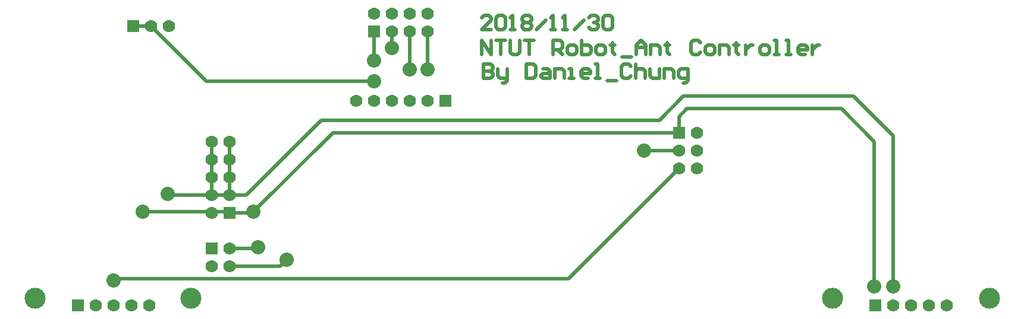
<source format=gtl>
%FSLAX24Y24*%
%MOIN*%
G70*
G01*
G75*
G04 Layer_Physical_Order=1*
G04 Layer_Color=255*
%ADD10C,0.0200*%
%ADD11C,0.0700*%
%ADD12R,0.0700X0.0700*%
%ADD13R,0.0700X0.0700*%
%ADD14C,0.0800*%
%ADD15C,0.1181*%
D10*
X25250Y29950D02*
X25600Y30300D01*
X17000Y43450D02*
X18000D01*
X19000Y33950D02*
X21400D01*
X22400D01*
X21400D02*
Y34950D01*
Y35950D01*
Y36950D01*
X22400Y33950D02*
Y34950D01*
Y35950D01*
Y36950D01*
Y32950D02*
X23700D01*
X17550Y33000D02*
X22350D01*
X32500Y41000D02*
Y43150D01*
X33500Y41000D02*
Y43150D01*
X18000Y43450D02*
X21100Y40350D01*
X30500D01*
Y41500D02*
Y43150D01*
X31500Y42200D02*
Y43150D01*
X28200Y37450D02*
X47600D01*
X23750Y33000D02*
X28200Y37450D01*
X22400Y30950D02*
X23950D01*
X22400Y29950D02*
X25250D01*
X15900Y29150D02*
X16000Y29250D01*
X41400D01*
X47600Y35450D01*
X45650Y36450D02*
X47600D01*
Y37450D02*
Y38350D01*
X48050Y38800D01*
X56700D01*
X58550Y36950D01*
Y28800D02*
Y36950D01*
X22400Y33950D02*
X23350D01*
X27550Y38150D01*
X46500D01*
X47850Y39500D01*
X57373D01*
X59600Y37273D01*
Y28800D02*
Y37273D01*
X37083Y43250D02*
X36550D01*
X37083Y43783D01*
Y43916D01*
X36950Y44050D01*
X36683D01*
X36550Y43916D01*
X37350D02*
X37483Y44050D01*
X37750D01*
X37883Y43916D01*
Y43383D01*
X37750Y43250D01*
X37483D01*
X37350Y43383D01*
Y43916D01*
X38149Y43250D02*
X38416D01*
X38283D01*
Y44050D01*
X38149Y43916D01*
X38816D02*
X38949Y44050D01*
X39216D01*
X39349Y43916D01*
Y43783D01*
X39216Y43650D01*
X39349Y43517D01*
Y43383D01*
X39216Y43250D01*
X38949D01*
X38816Y43383D01*
Y43517D01*
X38949Y43650D01*
X38816Y43783D01*
Y43916D01*
X38949Y43650D02*
X39216D01*
X39616Y43250D02*
X40149Y43783D01*
X40415Y43250D02*
X40682D01*
X40549D01*
Y44050D01*
X40415Y43916D01*
X41082Y43250D02*
X41348D01*
X41215D01*
Y44050D01*
X41082Y43916D01*
X41748Y43250D02*
X42281Y43783D01*
X42548Y43916D02*
X42681Y44050D01*
X42948D01*
X43081Y43916D01*
Y43783D01*
X42948Y43650D01*
X42815D01*
X42948D01*
X43081Y43517D01*
Y43383D01*
X42948Y43250D01*
X42681D01*
X42548Y43383D01*
X43348Y43916D02*
X43481Y44050D01*
X43748D01*
X43881Y43916D01*
Y43383D01*
X43748Y43250D01*
X43481D01*
X43348Y43383D01*
Y43916D01*
X36550Y41850D02*
Y42650D01*
X37083Y41850D01*
Y42650D01*
X37350D02*
X37883D01*
X37616D01*
Y41850D01*
X38149Y42650D02*
Y41983D01*
X38283Y41850D01*
X38549D01*
X38683Y41983D01*
Y42650D01*
X38949D02*
X39482D01*
X39216D01*
Y41850D01*
X40549D02*
Y42650D01*
X40949D01*
X41082Y42516D01*
Y42250D01*
X40949Y42117D01*
X40549D01*
X40815D02*
X41082Y41850D01*
X41482D02*
X41748D01*
X41882Y41983D01*
Y42250D01*
X41748Y42383D01*
X41482D01*
X41348Y42250D01*
Y41983D01*
X41482Y41850D01*
X42148Y42650D02*
Y41850D01*
X42548D01*
X42681Y41983D01*
Y42117D01*
Y42250D01*
X42548Y42383D01*
X42148D01*
X43081Y41850D02*
X43348D01*
X43481Y41983D01*
Y42250D01*
X43348Y42383D01*
X43081D01*
X42948Y42250D01*
Y41983D01*
X43081Y41850D01*
X43881Y42516D02*
Y42383D01*
X43748D01*
X44014D01*
X43881D01*
Y41983D01*
X44014Y41850D01*
X44414Y41717D02*
X44947D01*
X45214Y41850D02*
Y42383D01*
X45480Y42650D01*
X45747Y42383D01*
Y41850D01*
Y42250D01*
X45214D01*
X46014Y41850D02*
Y42383D01*
X46413D01*
X46547Y42250D01*
Y41850D01*
X46947Y42516D02*
Y42383D01*
X46813D01*
X47080D01*
X46947D01*
Y41983D01*
X47080Y41850D01*
X48813Y42516D02*
X48679Y42650D01*
X48413D01*
X48280Y42516D01*
Y41983D01*
X48413Y41850D01*
X48679D01*
X48813Y41983D01*
X49213Y41850D02*
X49479D01*
X49612Y41983D01*
Y42250D01*
X49479Y42383D01*
X49213D01*
X49079Y42250D01*
Y41983D01*
X49213Y41850D01*
X49879D02*
Y42383D01*
X50279D01*
X50412Y42250D01*
Y41850D01*
X50812Y42516D02*
Y42383D01*
X50679D01*
X50945D01*
X50812D01*
Y41983D01*
X50945Y41850D01*
X51345Y42383D02*
Y41850D01*
Y42117D01*
X51479Y42250D01*
X51612Y42383D01*
X51745D01*
X52278Y41850D02*
X52545D01*
X52678Y41983D01*
Y42250D01*
X52545Y42383D01*
X52278D01*
X52145Y42250D01*
Y41983D01*
X52278Y41850D01*
X52945D02*
X53211D01*
X53078D01*
Y42650D01*
X52945D01*
X53611Y41850D02*
X53878D01*
X53744D01*
Y42650D01*
X53611D01*
X54677Y41850D02*
X54411D01*
X54278Y41983D01*
Y42250D01*
X54411Y42383D01*
X54677D01*
X54811Y42250D01*
Y42117D01*
X54278D01*
X55077Y42383D02*
Y41850D01*
Y42117D01*
X55211Y42250D01*
X55344Y42383D01*
X55477D01*
X36650Y41300D02*
Y40500D01*
X37050D01*
X37183Y40633D01*
Y40767D01*
X37050Y40900D01*
X36650D01*
X37050D01*
X37183Y41033D01*
Y41166D01*
X37050Y41300D01*
X36650D01*
X37450Y41033D02*
Y40633D01*
X37583Y40500D01*
X37983D01*
Y40367D01*
X37850Y40233D01*
X37716D01*
X37983Y40500D02*
Y41033D01*
X39049Y41300D02*
Y40500D01*
X39449D01*
X39582Y40633D01*
Y41166D01*
X39449Y41300D01*
X39049D01*
X39982Y41033D02*
X40249D01*
X40382Y40900D01*
Y40500D01*
X39982D01*
X39849Y40633D01*
X39982Y40767D01*
X40382D01*
X40649Y40500D02*
Y41033D01*
X41049D01*
X41182Y40900D01*
Y40500D01*
X41448D02*
X41715D01*
X41582D01*
Y41033D01*
X41448D01*
X42515Y40500D02*
X42248D01*
X42115Y40633D01*
Y40900D01*
X42248Y41033D01*
X42515D01*
X42648Y40900D01*
Y40767D01*
X42115D01*
X42915Y40500D02*
X43181D01*
X43048D01*
Y41300D01*
X42915D01*
X43581Y40367D02*
X44114D01*
X44914Y41166D02*
X44781Y41300D01*
X44514D01*
X44381Y41166D01*
Y40633D01*
X44514Y40500D01*
X44781D01*
X44914Y40633D01*
X45181Y41300D02*
Y40500D01*
Y40900D01*
X45314Y41033D01*
X45580D01*
X45714Y40900D01*
Y40500D01*
X45980Y41033D02*
Y40633D01*
X46114Y40500D01*
X46513D01*
Y41033D01*
X46780Y40500D02*
Y41033D01*
X47180D01*
X47313Y40900D01*
Y40500D01*
X47846Y40233D02*
X47980D01*
X48113Y40367D01*
Y41033D01*
X47713D01*
X47580Y40900D01*
Y40633D01*
X47713Y40500D01*
X48113D01*
D11*
X48600Y35450D02*
D03*
X47600D02*
D03*
X48600Y36450D02*
D03*
X47600D02*
D03*
X48600Y37450D02*
D03*
X30500Y44150D02*
D03*
X31500Y43150D02*
D03*
Y44150D02*
D03*
X32500Y43150D02*
D03*
Y44150D02*
D03*
X33500Y43150D02*
D03*
Y44150D02*
D03*
X21400Y32950D02*
D03*
X22400Y33950D02*
D03*
X21400D02*
D03*
X22400Y34950D02*
D03*
X21400D02*
D03*
X22400Y35950D02*
D03*
X21400D02*
D03*
X22400Y36950D02*
D03*
X21400D02*
D03*
X17900Y27750D02*
D03*
X16900D02*
D03*
X15900D02*
D03*
X14900D02*
D03*
X62600D02*
D03*
X61600D02*
D03*
X60600D02*
D03*
X59600D02*
D03*
X33500Y39250D02*
D03*
X32500D02*
D03*
X31500D02*
D03*
X30500D02*
D03*
X29500D02*
D03*
X18000Y43450D02*
D03*
X19000D02*
D03*
X22400Y30950D02*
D03*
X21400Y29950D02*
D03*
X22400D02*
D03*
D12*
X47600Y37450D02*
D03*
X22400Y32950D02*
D03*
X21400Y30950D02*
D03*
D13*
X30500Y43150D02*
D03*
X13900Y27750D02*
D03*
X58600D02*
D03*
X34500Y39250D02*
D03*
X17000Y43450D02*
D03*
D14*
X25600Y30300D02*
D03*
X18950Y34000D02*
D03*
X17550Y33000D02*
D03*
X23750D02*
D03*
X32500Y41000D02*
D03*
X33500D02*
D03*
X31500Y42200D02*
D03*
X30500Y40350D02*
D03*
Y41500D02*
D03*
X15900Y29150D02*
D03*
X24000Y31000D02*
D03*
X45650Y36450D02*
D03*
X58550Y28800D02*
D03*
X59600D02*
D03*
D15*
X11500Y28150D02*
D03*
X20250D02*
D03*
X65000D02*
D03*
X56200D02*
D03*
M02*

</source>
